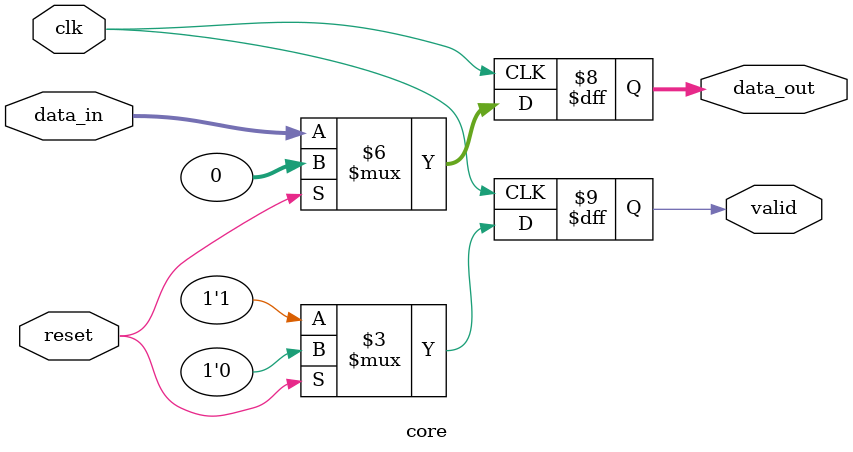
<source format=sv>
module core #(
    parameter WIDTH = 32
) (
    input  logic clk,
    input  logic reset,
    input  logic [WIDTH-1:0] data_in,
    output logic [WIDTH-1:0] data_out,
    output logic valid
);

    always_ff @(posedge clk) begin
        if (reset) begin
            data_out <= '0;
            valid <= 1'b0;
        end else begin
            data_out <= data_in;
            valid <= 1'b1;
        end
    end

endmodule
</source>
